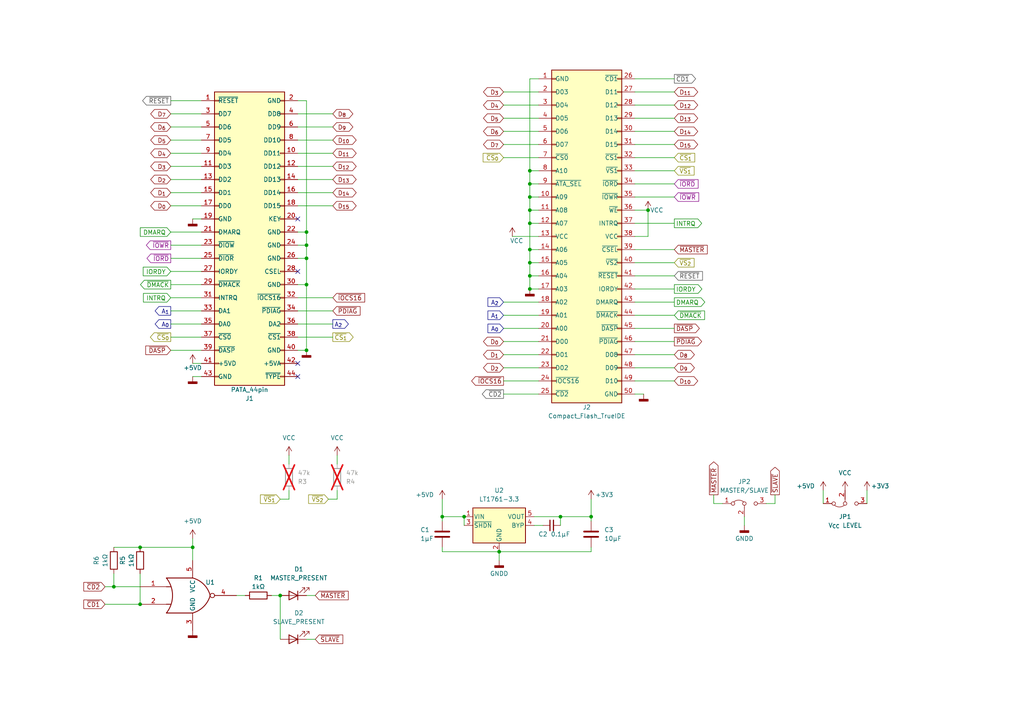
<source format=kicad_sch>
(kicad_sch (version 20231120) (generator "eeschema") (generator_version "8.0")
  (paper "A4")
  (lib_symbols
    (symbol "74xGxx:74AHC1G02"
      (property "Reference" "U" (at -2.54 3.81 0))
      (property "Value" "74AHC1G02" (at 0 -3.81 0))
      (symbol "74AHC1G02_0_1"
        (arc (start -7.62 -5.08) (mid -5.838 0) (end -7.62 5.08) (stroke (width 0.254)))
        (arc (start 0 -5.08) (mid 3.1986 -3.2054) (end 5.08 0) (stroke (width 0.254)))
        (polyline (pts (xy -7.62 -2.54) (xy -6.35 -2.54)) (stroke (width 0.254)) (fill (type background)))
        (polyline (pts (xy -7.62 2.54) (xy -6.35 2.54)) (stroke (width 0.254)) (fill (type background)))
        (polyline (pts (xy 0 -5.08) (xy -7.62 -5.08)) (stroke (width 0.254)) (fill (type background)))
        (polyline (pts (xy 0 5.08) (xy -7.62 5.08)) (stroke (width 0.254)) (fill (type background)))
        (arc (start 5.08 0) (mid 3.2238 3.2304) (end 0 5.08) (stroke (width 0.254)))
      )
      (symbol "74AHC1G02_1_1"
        (pin input line (at -15.24 2.54 0) (length 7.62) (name "~") (number "1"))
        (pin input line (at -15.24 -2.54 0) (length 7.62) (name "~") (number "2"))
        (pin power_in line (at 0 -10.16 90) (length 5.08) (name "GND") (number "3"))
        (pin output inverted (at 12.7 0 180) (length 7.62) (name "~") (number "4"))
        (pin power_in line (at 0 10.16 270) (length 5.08) (name "VCC") (number "5"))
      )
    )
    (symbol "Device:C" (pin_numbers hide) (pin_names (offset 0.254))
      (property "Reference" "C" (at 0.635 2.54 0))
      (property "Value" "C" (at 0.635 -2.54 0))
      (symbol "C_0_1"
        (polyline (pts (xy -2.032 -0.762) (xy 2.032 -0.762)) (stroke (width 0.508)))
        (polyline (pts (xy -2.032 0.762) (xy 2.032 0.762)) (stroke (width 0.508)))
      )
      (symbol "C_1_1"
        (pin passive line (at 0 3.81 270) (length 2.794) (name "~") (number "1"))
        (pin passive line (at 0 -3.81 90) (length 2.794) (name "~") (number "2"))
      )
    )
    (symbol "Device:C_Small" (pin_numbers hide) (pin_names (offset 0.254) hide)
      (property "Reference" "C" (at 0.254 1.778 0))
      (property "Value" "C_Small" (at 0.254 -2.032 0))
      (symbol "C_Small_0_1"
        (polyline (pts (xy -1.524 -0.508) (xy 1.524 -0.508)) (stroke (width 0.3302)))
        (polyline (pts (xy -1.524 0.508) (xy 1.524 0.508)) (stroke (width 0.3048)))
      )
      (symbol "C_Small_1_1"
        (pin passive line (at 0 2.54 270) (length 2.032) (name "~") (number "1"))
        (pin passive line (at 0 -2.54 90) (length 2.032) (name "~") (number "2"))
      )
    )
    (symbol "Device:LED" (pin_numbers hide) (pin_names (offset 1.016) hide)
      (property "Reference" "D" (at 0 2.54 0))
      (property "Value" "LED" (at 0 -2.54 0))
      (symbol "LED_0_1"
        (polyline (pts (xy -1.27 -1.27) (xy -1.27 1.27)) (stroke (width 0.254)))
        (polyline (pts (xy -1.27 0) (xy 1.27 0)))
        (polyline (pts (xy 1.27 -1.27) (xy 1.27 1.27) (xy -1.27 0) (xy 1.27 -1.27)) (stroke (width 0.254)))
        (polyline (pts (xy -3.048 -0.762) (xy -4.572 -2.286) (xy -3.81 -2.286) (xy -4.572 -2.286) (xy -4.572 -1.524)))
        (polyline (pts (xy -1.778 -0.762) (xy -3.302 -2.286) (xy -2.54 -2.286) (xy -3.302 -2.286) (xy -3.302 -1.524)))
      )
      (symbol "LED_1_1"
        (pin passive line (at -3.81 0 0) (length 2.54) (name "K") (number "1"))
        (pin passive line (at 3.81 0 180) (length 2.54) (name "A") (number "2"))
      )
    )
    (symbol "Device:R" (pin_numbers hide) (pin_names (offset 0))
      (property "Reference" "R" (at 2.032 0 90))
      (property "Value" "R" (at 0 0 90))
      (symbol "R_0_1"
        (rectangle (start -1.016 -2.54) (end 1.016 2.54) (stroke (width 0.254)))
      )
      (symbol "R_1_1"
        (pin passive line (at 0 3.81 270) (length 1.27) (name "~") (number "1"))
        (pin passive line (at 0 -3.81 90) (length 1.27) (name "~") (number "2"))
      )
    )
    (symbol "Jumper:Jumper_3_Bridged12" (pin_names (offset 0) hide)
      (property "Reference" "JP" (at -2.54 -2.54 0))
      (property "Value" "Jumper_3_Bridged12" (at 0 2.794 0))
      (symbol "Jumper_3_Bridged12_0_0"
        (circle (center -3.302 0) (radius 0.508))
        (circle (center 0 0) (radius 0.508))
        (circle (center 3.302 0) (radius 0.508))
      )
      (symbol "Jumper_3_Bridged12_0_1"
        (arc (start -0.254 0.508) (mid -1.651 0.9912) (end -3.048 0.508))
        (polyline (pts (xy 0 -1.27) (xy 0 -0.508)))
      )
      (symbol "Jumper_3_Bridged12_1_1"
        (pin passive line (at -6.35 0 0) (length 2.54) (name "A") (number "1"))
        (pin passive line (at 0 -3.81 90) (length 2.54) (name "C") (number "2"))
        (pin passive line (at 6.35 0 180) (length 2.54) (name "B") (number "3"))
      )
    )
    (symbol "Regulator_Linear:LT1761-3.3" (pin_names (offset 0.254))
      (property "Reference" "U" (at -6.35 6.35 0))
      (property "Value" "LT1761-3.3" (at 0 6.35 0))
      (symbol "LT1761-3.3_0_1"
        (rectangle (start -7.62 5.08) (end 7.62 -5.08) (stroke (width 0.254)) (fill (type background)))
      )
      (symbol "LT1761-3.3_1_1"
        (pin power_in line (at -10.16 2.54 0) (length 2.54) (name "VIN") (number "1"))
        (pin power_in line (at 0 -7.62 90) (length 2.54) (name "GND") (number "2"))
        (pin input line (at -10.16 0 0) (length 2.54) (name "~{SHDN}") (number "3"))
        (pin passive line (at 10.16 0 180) (length 2.54) (name "BYP") (number "4"))
        (pin power_out line (at 10.16 2.54 180) (length 2.54) (name "VOUT") (number "5"))
      )
    )
    (symbol "geek-masa:Compact_Flash_TrueIDE" (pin_names (offset 1.016))
      (property "Reference" "J" (at 0 53.34 0))
      (property "Value" "Compact_Flash_TrueIDE" (at 0 50.8 0))
      (symbol "Compact_Flash_TrueIDE_1_1"
        (rectangle (start -10.16 -45.593) (end -8.89 -45.847) (stroke (width 0.1524)))
        (rectangle (start -10.16 -41.783) (end -8.89 -42.037) (stroke (width 0.1524)))
        (rectangle (start -10.16 -37.973) (end -8.89 -38.227) (stroke (width 0.1524)))
        (rectangle (start -10.16 -34.163) (end -8.89 -34.417) (stroke (width 0.1524)))
        (rectangle (start -10.16 -30.353) (end -8.89 -30.607) (stroke (width 0.1524)))
        (rectangle (start -10.16 -26.543) (end -8.89 -26.797) (stroke (width 0.1524)))
        (rectangle (start -10.16 -22.733) (end -8.89 -22.987) (stroke (width 0.1524)))
        (rectangle (start -10.16 -18.923) (end -8.89 -19.177) (stroke (width 0.1524)))
        (rectangle (start -10.16 -15.113) (end -8.89 -15.367) (stroke (width 0.1524)))
        (rectangle (start -10.16 -11.303) (end -8.89 -11.557) (stroke (width 0.1524)))
        (rectangle (start -10.16 -7.493) (end -8.89 -7.747) (stroke (width 0.1524)))
        (rectangle (start -10.16 -3.683) (end -8.89 -3.937) (stroke (width 0.1524)))
        (rectangle (start -10.16 0.127) (end -8.89 -0.127) (stroke (width 0.1524)))
        (rectangle (start -10.16 3.937) (end -8.89 3.683) (stroke (width 0.1524)))
        (rectangle (start -10.16 7.747) (end -8.89 7.493) (stroke (width 0.1524)))
        (rectangle (start -10.16 11.557) (end -8.89 11.303) (stroke (width 0.1524)))
        (rectangle (start -10.16 15.367) (end -8.89 15.113) (stroke (width 0.1524)))
        (rectangle (start -10.16 19.177) (end -8.89 18.923) (stroke (width 0.1524)))
        (rectangle (start -10.16 22.987) (end -8.89 22.733) (stroke (width 0.1524)))
        (rectangle (start -10.16 26.797) (end -8.89 26.543) (stroke (width 0.1524)))
        (rectangle (start -10.16 30.607) (end -8.89 30.353) (stroke (width 0.1524)))
        (rectangle (start -10.16 34.417) (end -8.89 34.163) (stroke (width 0.1524)))
        (rectangle (start -10.16 38.227) (end -8.89 37.973) (stroke (width 0.1524)))
        (rectangle (start -10.16 42.037) (end -8.89 41.783) (stroke (width 0.1524)))
        (rectangle (start -10.16 45.847) (end -8.89 45.593) (stroke (width 0.1524)))
        (rectangle (start -10.16 48.26) (end 10.16 -48.26) (stroke (width 0.254)) (fill (type background)))
        (rectangle (start 8.89 -41.783) (end 10.16 -42.037) (stroke (width 0.1524)))
        (rectangle (start 8.89 7.747) (end 10.16 7.493) (stroke (width 0.1524)))
        (rectangle (start 10.16 -45.593) (end 8.89 -45.847) (stroke (width 0.1524)))
        (rectangle (start 10.16 -37.973) (end 8.89 -38.227) (stroke (width 0.1524)))
        (rectangle (start 10.16 -34.163) (end 8.89 -34.417) (stroke (width 0.1524)))
        (rectangle (start 10.16 -30.353) (end 8.89 -30.607) (stroke (width 0.1524)))
        (rectangle (start 10.16 -26.543) (end 8.89 -26.797) (stroke (width 0.1524)))
        (rectangle (start 10.16 -22.733) (end 8.89 -22.987) (stroke (width 0.1524)))
        (rectangle (start 10.16 -18.923) (end 8.89 -19.177) (stroke (width 0.1524)))
        (rectangle (start 10.16 -15.113) (end 8.89 -15.367) (stroke (width 0.1524)))
        (rectangle (start 10.16 -11.303) (end 8.89 -11.557) (stroke (width 0.1524)))
        (rectangle (start 10.16 -7.493) (end 8.89 -7.747) (stroke (width 0.1524)))
        (rectangle (start 10.16 -3.683) (end 8.89 -3.937) (stroke (width 0.1524)))
        (rectangle (start 10.16 0.127) (end 8.89 -0.127) (stroke (width 0.1524)))
        (rectangle (start 10.16 3.937) (end 8.89 3.683) (stroke (width 0.1524)))
        (rectangle (start 10.16 11.557) (end 8.89 11.303) (stroke (width 0.1524)))
        (rectangle (start 10.16 15.367) (end 8.89 15.113) (stroke (width 0.1524)))
        (rectangle (start 10.16 19.177) (end 8.89 18.923) (stroke (width 0.1524)))
        (rectangle (start 10.16 22.987) (end 8.89 22.733) (stroke (width 0.1524)))
        (rectangle (start 10.16 26.797) (end 8.89 26.543) (stroke (width 0.1524)))
        (rectangle (start 10.16 30.607) (end 8.89 30.353) (stroke (width 0.1524)))
        (rectangle (start 10.16 34.417) (end 8.89 34.163) (stroke (width 0.1524)))
        (rectangle (start 10.16 38.227) (end 8.89 37.973) (stroke (width 0.1524)))
        (rectangle (start 10.16 42.037) (end 8.89 41.783) (stroke (width 0.1524)))
        (rectangle (start 10.16 45.847) (end 8.89 45.593) (stroke (width 0.1524)))
        (pin passive line (at -13.97 45.72 0) (length 3.81) (name "GND") (number "1"))
        (pin passive line (at -13.97 11.43 0) (length 3.81) (name "A09") (number "10"))
        (pin passive line (at -13.97 7.62 0) (length 3.81) (name "A08") (number "11"))
        (pin passive line (at -13.97 3.81 0) (length 3.81) (name "A07") (number "12"))
        (pin passive line (at -13.97 0 0) (length 3.81) (name "VCC") (number "13"))
        (pin passive line (at -13.97 -3.81 0) (length 3.81) (name "A06") (number "14"))
        (pin passive line (at -13.97 -7.62 0) (length 3.81) (name "A05") (number "15"))
        (pin passive line (at -13.97 -11.43 0) (length 3.81) (name "A04") (number "16"))
        (pin passive line (at -13.97 -15.24 0) (length 3.81) (name "A03") (number "17"))
        (pin passive line (at -13.97 -19.05 0) (length 3.81) (name "A02") (number "18"))
        (pin passive line (at -13.97 -22.86 0) (length 3.81) (name "A01") (number "19"))
        (pin passive line (at -13.97 41.91 0) (length 3.81) (name "D03") (number "2"))
        (pin passive line (at -13.97 -26.67 0) (length 3.81) (name "A00") (number "20"))
        (pin passive line (at -13.97 -30.48 0) (length 3.81) (name "D00") (number "21"))
        (pin passive line (at -13.97 -34.29 0) (length 3.81) (name "D01") (number "22"))
        (pin passive line (at -13.97 -38.1 0) (length 3.81) (name "D02") (number "23"))
        (pin passive line (at -13.97 -41.91 0) (length 3.81) (name "~{IOCS16}") (number "24"))
        (pin passive line (at -13.97 -45.72 0) (length 3.81) (name "~{CD2}") (number "25"))
        (pin passive line (at 13.97 45.72 180) (length 3.81) (name "~{CD1}") (number "26"))
        (pin passive line (at 13.97 41.91 180) (length 3.81) (name "D11") (number "27"))
        (pin passive line (at 13.97 38.1 180) (length 3.81) (name "D12") (number "28"))
        (pin passive line (at 13.97 34.29 180) (length 3.81) (name "D13") (number "29"))
        (pin passive line (at -13.97 38.1 0) (length 3.81) (name "D04") (number "3"))
        (pin passive line (at 13.97 30.48 180) (length 3.81) (name "D14") (number "30"))
        (pin passive line (at 13.97 26.67 180) (length 3.81) (name "D15") (number "31"))
        (pin passive line (at 13.97 22.86 180) (length 3.81) (name "~{CS1}") (number "32"))
        (pin passive line (at 13.97 19.05 180) (length 3.81) (name "~{VS1}") (number "33"))
        (pin passive line (at 13.97 15.24 180) (length 3.81) (name "~{IORD}") (number "34"))
        (pin passive line (at 13.97 11.43 180) (length 3.81) (name "~{IOWR}") (number "35"))
        (pin passive line (at 13.97 7.62 180) (length 3.81) (name "~{WE}") (number "36"))
        (pin passive line (at 13.97 3.81 180) (length 3.81) (name "INTRQ") (number "37"))
        (pin passive line (at 13.97 0 180) (length 3.81) (name "VCC") (number "38"))
        (pin passive line (at 13.97 -3.81 180) (length 3.81) (name "~{CSEL}") (number "39"))
        (pin passive line (at -13.97 34.29 0) (length 3.81) (name "D05") (number "4"))
        (pin passive line (at 13.97 -7.62 180) (length 3.81) (name "~{VS2}") (number "40"))
        (pin passive line (at 13.97 -11.43 180) (length 3.81) (name "~{RESET}") (number "41"))
        (pin passive line (at 13.97 -15.24 180) (length 3.81) (name "IORDY") (number "42"))
        (pin passive line (at 13.97 -19.05 180) (length 3.81) (name "DMARQ") (number "43"))
        (pin passive line (at 13.97 -22.86 180) (length 3.81) (name "~{DMACK}") (number "44"))
        (pin passive line (at 13.97 -26.67 180) (length 3.81) (name "~{DASP}") (number "45"))
        (pin passive line (at 13.97 -30.48 180) (length 3.81) (name "~{PDIAG}") (number "46"))
        (pin passive line (at 13.97 -34.29 180) (length 3.81) (name "D08") (number "47"))
        (pin passive line (at 13.97 -38.1 180) (length 3.81) (name "D09") (number "48"))
        (pin passive line (at 13.97 -41.91 180) (length 3.81) (name "D10") (number "49"))
        (pin passive line (at -13.97 30.48 0) (length 3.81) (name "D06") (number "5"))
        (pin passive line (at 13.97 -45.72 180) (length 3.81) (name "GND") (number "50"))
        (pin passive line (at -13.97 26.67 0) (length 3.81) (name "D07") (number "6"))
        (pin passive line (at -13.97 22.86 0) (length 3.81) (name "~{CS0}") (number "7"))
        (pin passive line (at -13.97 19.05 0) (length 3.81) (name "A10") (number "8"))
        (pin passive line (at -13.97 15.24 0) (length 3.81) (name "~{ATA_SEL}") (number "9"))
      )
    )
    (symbol "geek-masa:PATA_44pin" (pin_names (offset 1.016))
      (property "Reference" "J" (at -7.62 45.72 0))
      (property "Value" "PATA_44pin" (at -7.62 -43.18 0))
      (symbol "PATA_44pin_1_1"
        (rectangle (start -10.16 -37.973) (end -8.89 -38.227) (stroke (width 0.1524)))
        (rectangle (start -10.16 -34.163) (end -8.89 -34.417) (stroke (width 0.1524)))
        (rectangle (start -10.16 -30.353) (end -8.89 -30.607) (stroke (width 0.1524)))
        (rectangle (start -10.16 -26.543) (end -8.89 -26.797) (stroke (width 0.1524)))
        (rectangle (start -10.16 -22.733) (end -8.89 -22.987) (stroke (width 0.1524)))
        (rectangle (start -10.16 -18.923) (end -8.89 -19.177) (stroke (width 0.1524)))
        (rectangle (start -10.16 -15.113) (end -8.89 -15.367) (stroke (width 0.1524)))
        (rectangle (start -10.16 -11.303) (end -8.89 -11.557) (stroke (width 0.1524)))
        (rectangle (start -10.16 -7.493) (end -8.89 -7.747) (stroke (width 0.1524)))
        (rectangle (start -10.16 -3.683) (end -8.89 -3.937) (stroke (width 0.1524)))
        (rectangle (start -10.16 0.127) (end -8.89 -0.127) (stroke (width 0.1524)))
        (rectangle (start -10.16 3.937) (end -8.89 3.683) (stroke (width 0.1524)))
        (rectangle (start -10.16 7.747) (end -8.89 7.493) (stroke (width 0.1524)))
        (rectangle (start -10.16 11.557) (end -8.89 11.303) (stroke (width 0.1524)))
        (rectangle (start -10.16 15.367) (end -8.89 15.113) (stroke (width 0.1524)))
        (rectangle (start -10.16 19.177) (end -8.89 18.923) (stroke (width 0.1524)))
        (rectangle (start -10.16 22.987) (end -8.89 22.733) (stroke (width 0.1524)))
        (rectangle (start -10.16 26.797) (end -8.89 26.543) (stroke (width 0.1524)))
        (rectangle (start -10.16 30.607) (end -8.89 30.353) (stroke (width 0.1524)))
        (rectangle (start -10.16 34.417) (end -8.89 34.163) (stroke (width 0.1524)))
        (rectangle (start -10.16 38.227) (end -8.89 37.973) (stroke (width 0.1524)))
        (rectangle (start -10.16 42.037) (end -8.89 41.783) (stroke (width 0.1524)))
        (rectangle (start -10.16 44.45) (end 10.16 -40.64) (stroke (width 0.254)) (fill (type background)))
        (rectangle (start 10.16 -37.973) (end 8.89 -38.227) (stroke (width 0.1524)))
        (rectangle (start 10.16 -34.163) (end 8.89 -34.417) (stroke (width 0.1524)))
        (rectangle (start 10.16 -30.353) (end 8.89 -30.607) (stroke (width 0.1524)))
        (rectangle (start 10.16 -26.543) (end 8.89 -26.797) (stroke (width 0.1524)))
        (rectangle (start 10.16 -22.733) (end 8.89 -22.987) (stroke (width 0.1524)))
        (rectangle (start 10.16 -18.923) (end 8.89 -19.177) (stroke (width 0.1524)))
        (rectangle (start 10.16 -15.113) (end 8.89 -15.367) (stroke (width 0.1524)))
        (rectangle (start 10.16 -11.303) (end 8.89 -11.557) (stroke (width 0.1524)))
        (rectangle (start 10.16 -7.493) (end 8.89 -7.747) (stroke (width 0.1524)))
        (rectangle (start 10.16 -3.683) (end 8.89 -3.937) (stroke (width 0.1524)))
        (rectangle (start 10.16 0.127) (end 8.89 -0.127) (stroke (width 0.1524)))
        (rectangle (start 10.16 3.937) (end 8.89 3.683) (stroke (width 0.1524)))
        (rectangle (start 10.16 7.747) (end 8.89 7.493) (stroke (width 0.1524)))
        (rectangle (start 10.16 11.557) (end 8.89 11.303) (stroke (width 0.1524)))
        (rectangle (start 10.16 15.367) (end 8.89 15.113) (stroke (width 0.1524)))
        (rectangle (start 10.16 19.177) (end 8.89 18.923) (stroke (width 0.1524)))
        (rectangle (start 10.16 22.987) (end 8.89 22.733) (stroke (width 0.1524)))
        (rectangle (start 10.16 26.797) (end 8.89 26.543) (stroke (width 0.1524)))
        (rectangle (start 10.16 30.607) (end 8.89 30.353) (stroke (width 0.1524)))
        (rectangle (start 10.16 34.417) (end 8.89 34.163) (stroke (width 0.1524)))
        (rectangle (start 10.16 38.227) (end 8.89 37.973) (stroke (width 0.1524)))
        (rectangle (start 10.16 42.037) (end 8.89 41.783) (stroke (width 0.1524)))
        (pin input line (at -13.97 41.91 0) (length 3.81) (name "~{RESET}") (number "1"))
        (pin bidirectional line (at 13.97 26.67 180) (length 3.81) (name "DD11") (number "10"))
        (pin bidirectional line (at -13.97 22.86 0) (length 3.81) (name "DD3") (number "11"))
        (pin bidirectional line (at 13.97 22.86 180) (length 3.81) (name "DD12") (number "12"))
        (pin bidirectional line (at -13.97 19.05 0) (length 3.81) (name "DD2") (number "13"))
        (pin bidirectional line (at 13.97 19.05 180) (length 3.81) (name "DD13") (number "14"))
        (pin bidirectional line (at -13.97 15.24 0) (length 3.81) (name "DD1") (number "15"))
        (pin bidirectional line (at 13.97 15.24 180) (length 3.81) (name "DD14") (number "16"))
        (pin bidirectional line (at -13.97 11.43 0) (length 3.81) (name "DD0") (number "17"))
        (pin bidirectional line (at 13.97 11.43 180) (length 3.81) (name "DD15") (number "18"))
        (pin power_in line (at -13.97 7.62 0) (length 3.81) (name "GND") (number "19"))
        (pin power_in line (at 13.97 41.91 180) (length 3.81) (name "GND") (number "2"))
        (pin free line (at 13.97 7.62 180) (length 3.81) (name "KEY") (number "20"))
        (pin output line (at -13.97 3.81 0) (length 3.81) (name "DMARQ") (number "21"))
        (pin power_in line (at 13.97 3.81 180) (length 3.81) (name "GND") (number "22"))
        (pin input line (at -13.97 0 0) (length 3.81) (name "~{DIOW}") (number "23"))
        (pin power_in line (at 13.97 0 180) (length 3.81) (name "GND") (number "24"))
        (pin input line (at -13.97 -3.81 0) (length 3.81) (name "~{DIOR}") (number "25"))
        (pin power_in line (at 13.97 -3.81 180) (length 3.81) (name "GND") (number "26"))
        (pin output line (at -13.97 -7.62 0) (length 3.81) (name "IORDY") (number "27"))
        (pin passive line (at 13.97 -7.62 180) (length 3.81) (name "CSEL") (number "28"))
        (pin input line (at -13.97 -11.43 0) (length 3.81) (name "~{DMACK}") (number "29"))
        (pin bidirectional line (at -13.97 38.1 0) (length 3.81) (name "DD7") (number "3"))
        (pin power_in line (at 13.97 -11.43 180) (length 3.81) (name "GND") (number "30"))
        (pin output line (at -13.97 -15.24 0) (length 3.81) (name "INTRQ") (number "31"))
        (pin passive line (at 13.97 -15.24 180) (length 3.81) (name "~{IOCS16}") (number "32"))
        (pin input line (at -13.97 -19.05 0) (length 3.81) (name "DA1") (number "33"))
        (pin passive line (at 13.97 -19.05 180) (length 3.81) (name "~{PDIAG}") (number "34"))
        (pin input line (at -13.97 -22.86 0) (length 3.81) (name "DA0") (number "35"))
        (pin input line (at 13.97 -22.86 180) (length 3.81) (name "DA2") (number "36"))
        (pin input line (at -13.97 -26.67 0) (length 3.81) (name "~{CS0}") (number "37"))
        (pin input line (at 13.97 -26.67 180) (length 3.81) (name "~{CS1}") (number "38"))
        (pin passive line (at -13.97 -30.48 0) (length 3.81) (name "~{DASP}") (number "39"))
        (pin bidirectional line (at 13.97 38.1 180) (length 3.81) (name "DD8") (number "4"))
        (pin power_in line (at 13.97 -30.48 180) (length 3.81) (name "GND") (number "40"))
        (pin power_in line (at -13.97 -34.29 0) (length 3.81) (name "+5VD") (number "41"))
        (pin power_in line (at 13.97 -34.29 180) (length 3.81) (name "+5VA") (number "42"))
        (pin power_in line (at -13.97 -38.1 0) (length 3.81) (name "GND") (number "43"))
        (pin passive line (at 13.97 -38.1 180) (length 3.81) (name "~{TYPE}") (number "44"))
        (pin bidirectional line (at -13.97 34.29 0) (length 3.81) (name "DD6") (number "5"))
        (pin bidirectional line (at 13.97 34.29 180) (length 3.81) (name "DD9") (number "6"))
        (pin bidirectional line (at -13.97 30.48 0) (length 3.81) (name "DD5") (number "7"))
        (pin bidirectional line (at 13.97 30.48 180) (length 3.81) (name "DD10") (number "8"))
        (pin bidirectional line (at -13.97 26.67 0) (length 3.81) (name "DD4") (number "9"))
      )
    )
    (symbol "power:+3V3" (power) (pin_names (offset 0))
      (property "Value" "+3V3" (at 0 3.556 0))
      (symbol "+3V3_0_1"
        (polyline (pts (xy -0.762 1.27) (xy 0 2.54)))
        (polyline (pts (xy 0 0) (xy 0 2.54)))
        (polyline (pts (xy 0 2.54) (xy 0.762 1.27)))
      )
      (symbol "+3V3_1_1"
        (pin power_in line (at 0 0 90) (length 0) hide (name "+3V3") (number "1"))
      )
    )
    (symbol "power:+5VD" (power) (pin_names (offset 0))
      (property "Value" "+5VD" (at 0 3.556 0))
      (symbol "+5VD_0_1"
        (polyline (pts (xy -0.762 1.27) (xy 0 2.54)))
        (polyline (pts (xy 0 0) (xy 0 2.54)))
        (polyline (pts (xy 0 2.54) (xy 0.762 1.27)))
      )
      (symbol "+5VD_1_1"
        (pin power_in line (at 0 0 90) (length 0) hide (name "+5VD") (number "1"))
      )
    )
    (symbol "power:GNDD" (power) (pin_names (offset 0))
      (property "Value" "GNDD" (at 0 -3.175 0))
      (symbol "GNDD_0_1"
        (rectangle (start -1.27 -1.524) (end 1.27 -2.032) (stroke (width 0.254)) (fill (type outline)))
        (polyline (pts (xy 0 0) (xy 0 -1.524)))
      )
      (symbol "GNDD_1_1"
        (pin power_in line (at 0 0 270) (length 0) hide (name "GNDD") (number "1"))
      )
    )
    (symbol "power:VCC" (power) (pin_names (offset 0))
      (property "Value" "VCC" (at 0 3.81 0))
      (symbol "VCC_0_1"
        (polyline (pts (xy -0.762 1.27) (xy 0 2.54)))
        (polyline (pts (xy 0 0) (xy 0 2.54)))
        (polyline (pts (xy 0 2.54) (xy 0.762 1.27)))
      )
      (symbol "VCC_1_1"
        (pin power_in line (at 0 0 90) (length 0) hide (name "VCC") (number "1"))
      )
    )
  )
  (junction (at 40.64 175.26))
  (junction (at 88.9 74.93))
  (junction (at 128.27 149.86))
  (junction (at 153.67 72.39))
  (junction (at 88.9 71.12))
  (junction (at 187.96 60.96))
  (junction (at 153.67 76.2))
  (junction (at 88.9 67.31))
  (junction (at 153.67 60.96))
  (junction (at 81.28 172.72))
  (junction (at 88.9 101.6))
  (junction (at 153.67 49.53))
  (junction (at 153.67 53.34))
  (junction (at 144.78 160.02))
  (junction (at 55.88 158.75))
  (junction (at 33.02 170.18))
  (junction (at 153.67 64.77))
  (junction (at 153.67 57.15))
  (junction (at 162.56 149.86))
  (junction (at 171.45 149.86))
  (junction (at 134.62 149.86))
  (junction (at 153.67 83.82))
  (junction (at 40.64 158.75))
  (junction (at 88.9 82.55))
  (junction (at 153.67 80.01))
  (no_connect (at 86.36 105.41))
  (no_connect (at 86.36 78.74))
  (no_connect (at 86.36 109.22))
  (no_connect (at 86.36 63.5))
  (wire (pts (xy 171.45 144.78) (xy 171.45 149.86)))
  (wire (pts (xy 83.82 132.08) (xy 83.82 134.62)))
  (wire (pts (xy 58.42 71.12) (xy 49.53 71.12)))
  (wire (pts (xy 88.9 101.6) (xy 88.9 82.55)))
  (wire (pts (xy 88.9 172.72) (xy 91.44 172.72)))
  (wire (pts (xy 58.42 109.22) (xy 55.88 109.22)))
  (wire (pts (xy 58.42 82.55) (xy 49.53 82.55)))
  (wire (pts (xy 153.67 57.15) (xy 153.67 53.34)))
  (wire (pts (xy 195.58 34.29) (xy 184.15 34.29)))
  (wire (pts (xy 156.21 26.67) (xy 146.05 26.67)))
  (wire (pts (xy 156.21 53.34) (xy 153.67 53.34)))
  (wire (pts (xy 195.58 22.86) (xy 184.15 22.86)))
  (wire (pts (xy 156.21 34.29) (xy 146.05 34.29)))
  (wire (pts (xy 187.96 60.96) (xy 184.15 60.96)))
  (wire (pts (xy 187.96 68.58) (xy 187.96 60.96)))
  (wire (pts (xy 153.67 60.96) (xy 153.67 57.15)))
  (wire (pts (xy 195.58 57.15) (xy 184.15 57.15)))
  (wire (pts (xy 171.45 160.02) (xy 171.45 158.75)))
  (wire (pts (xy 49.53 33.02) (xy 58.42 33.02)))
  (wire (pts (xy 96.52 44.45) (xy 86.36 44.45)))
  (wire (pts (xy 195.58 83.82) (xy 184.15 83.82)))
  (wire (pts (xy 96.52 93.98) (xy 86.36 93.98)))
  (wire (pts (xy 156.21 80.01) (xy 153.67 80.01)))
  (wire (pts (xy 156.21 95.25) (xy 146.05 95.25)))
  (wire (pts (xy 156.21 57.15) (xy 153.67 57.15)))
  (wire (pts (xy 251.46 142.24) (xy 251.46 146.05)))
  (wire (pts (xy 96.52 90.17) (xy 86.36 90.17)))
  (wire (pts (xy 195.58 64.77) (xy 184.15 64.77)))
  (wire (pts (xy 86.36 67.31) (xy 88.9 67.31)))
  (wire (pts (xy 195.58 30.48) (xy 184.15 30.48)))
  (wire (pts (xy 156.21 41.91) (xy 146.05 41.91)))
  (wire (pts (xy 88.9 74.93) (xy 86.36 74.93)))
  (wire (pts (xy 55.88 158.75) (xy 55.88 156.21)))
  (wire (pts (xy 58.42 93.98) (xy 49.53 93.98)))
  (wire (pts (xy 156.21 64.77) (xy 153.67 64.77)))
  (wire (pts (xy 195.58 49.53) (xy 184.15 49.53)))
  (wire (pts (xy 88.9 101.6) (xy 86.36 101.6)))
  (wire (pts (xy 30.48 175.26) (xy 40.64 175.26)))
  (wire (pts (xy 49.53 40.64) (xy 58.42 40.64)))
  (wire (pts (xy 128.27 149.86) (xy 134.62 149.86)))
  (wire (pts (xy 128.27 144.78) (xy 128.27 149.86)))
  (wire (pts (xy 195.58 45.72) (xy 184.15 45.72)))
  (wire (pts (xy 195.58 95.25) (xy 184.15 95.25)))
  (wire (pts (xy 49.53 36.83) (xy 58.42 36.83)))
  (wire (pts (xy 97.79 144.78) (xy 97.79 142.24)))
  (wire (pts (xy 49.53 59.69) (xy 58.42 59.69)))
  (wire (pts (xy 40.64 158.75) (xy 55.88 158.75)))
  (wire (pts (xy 88.9 185.42) (xy 91.44 185.42)))
  (wire (pts (xy 156.21 22.86) (xy 153.67 22.86)))
  (wire (pts (xy 195.58 91.44) (xy 184.15 91.44)))
  (wire (pts (xy 134.62 149.86) (xy 134.62 152.4)))
  (wire (pts (xy 128.27 160.02) (xy 144.78 160.02)))
  (wire (pts (xy 156.21 114.3) (xy 146.05 114.3)))
  (wire (pts (xy 207.01 143.51) (xy 207.01 146.05)))
  (wire (pts (xy 156.21 72.39) (xy 153.67 72.39)))
  (wire (pts (xy 95.25 144.78) (xy 97.79 144.78)))
  (wire (pts (xy 40.64 166.37) (xy 40.64 175.26)))
  (wire (pts (xy 96.52 48.26) (xy 86.36 48.26)))
  (wire (pts (xy 58.42 78.74) (xy 49.53 78.74)))
  (wire (pts (xy 81.28 172.72) (xy 81.28 185.42)))
  (wire (pts (xy 78.74 172.72) (xy 81.28 172.72)))
  (wire (pts (xy 195.58 38.1) (xy 184.15 38.1)))
  (wire (pts (xy 195.58 106.68) (xy 184.15 106.68)))
  (wire (pts (xy 224.79 143.51) (xy 224.79 146.05)))
  (wire (pts (xy 195.58 76.2) (xy 184.15 76.2)))
  (wire (pts (xy 154.94 152.4) (xy 157.48 152.4)))
  (wire (pts (xy 96.52 36.83) (xy 86.36 36.83)))
  (wire (pts (xy 81.28 144.78) (xy 83.82 144.78)))
  (wire (pts (xy 153.67 72.39) (xy 153.67 64.77)))
  (wire (pts (xy 215.9 149.86) (xy 215.9 152.4)))
  (wire (pts (xy 186.69 114.3) (xy 184.15 114.3)))
  (wire (pts (xy 144.78 160.02) (xy 171.45 160.02)))
  (wire (pts (xy 195.58 102.87) (xy 184.15 102.87)))
  (wire (pts (xy 30.48 170.18) (xy 33.02 170.18)))
  (wire (pts (xy 156.21 49.53) (xy 153.67 49.53)))
  (wire (pts (xy 128.27 160.02) (xy 128.27 158.75)))
  (wire (pts (xy 96.52 97.79) (xy 86.36 97.79)))
  (wire (pts (xy 156.21 45.72) (xy 146.05 45.72)))
  (wire (pts (xy 156.21 76.2) (xy 153.67 76.2)))
  (wire (pts (xy 96.52 40.64) (xy 86.36 40.64)))
  (wire (pts (xy 153.67 49.53) (xy 153.67 22.86)))
  (wire (pts (xy 88.9 67.31) (xy 88.9 29.21)))
  (wire (pts (xy 153.67 76.2) (xy 153.67 72.39)))
  (wire (pts (xy 156.21 30.48) (xy 146.05 30.48)))
  (wire (pts (xy 187.96 68.58) (xy 184.15 68.58)))
  (wire (pts (xy 88.9 67.31) (xy 88.9 71.12)))
  (wire (pts (xy 153.67 53.34) (xy 153.67 49.53)))
  (wire (pts (xy 33.02 166.37) (xy 33.02 170.18)))
  (wire (pts (xy 58.42 105.41) (xy 55.88 105.41)))
  (wire (pts (xy 58.42 74.93) (xy 49.53 74.93)))
  (wire (pts (xy 224.79 146.05) (xy 222.25 146.05)))
  (wire (pts (xy 154.94 149.86) (xy 162.56 149.86)))
  (wire (pts (xy 49.53 44.45) (xy 58.42 44.45)))
  (wire (pts (xy 33.02 170.18) (xy 40.64 170.18)))
  (wire (pts (xy 207.01 146.05) (xy 209.55 146.05)))
  (wire (pts (xy 195.58 53.34) (xy 184.15 53.34)))
  (wire (pts (xy 83.82 144.78) (xy 83.82 142.24)))
  (wire (pts (xy 49.53 52.07) (xy 58.42 52.07)))
  (wire (pts (xy 156.21 38.1) (xy 146.05 38.1)))
  (wire (pts (xy 195.58 110.49) (xy 184.15 110.49)))
  (wire (pts (xy 171.45 151.13) (xy 171.45 149.86)))
  (wire (pts (xy 156.21 102.87) (xy 146.05 102.87)))
  (wire (pts (xy 156.21 60.96) (xy 153.67 60.96)))
  (wire (pts (xy 195.58 41.91) (xy 184.15 41.91)))
  (wire (pts (xy 58.42 86.36) (xy 49.53 86.36)))
  (wire (pts (xy 195.58 26.67) (xy 184.15 26.67)))
  (wire (pts (xy 33.02 158.75) (xy 40.64 158.75)))
  (wire (pts (xy 55.88 158.75) (xy 55.88 162.56)))
  (wire (pts (xy 58.42 29.21) (xy 49.53 29.21)))
  (wire (pts (xy 96.52 52.07) (xy 86.36 52.07)))
  (wire (pts (xy 195.58 72.39) (xy 184.15 72.39)))
  (wire (pts (xy 88.9 71.12) (xy 88.9 74.93)))
  (wire (pts (xy 156.21 83.82) (xy 153.67 83.82)))
  (wire (pts (xy 96.52 59.69) (xy 86.36 59.69)))
  (wire (pts (xy 156.21 87.63) (xy 146.05 87.63)))
  (wire (pts (xy 144.78 162.56) (xy 144.78 160.02)))
  (wire (pts (xy 156.21 68.58) (xy 148.59 68.58)))
  (wire (pts (xy 68.58 172.72) (xy 71.12 172.72)))
  (wire (pts (xy 153.67 80.01) (xy 153.67 76.2)))
  (wire (pts (xy 88.9 71.12) (xy 86.36 71.12)))
  (wire (pts (xy 96.52 33.02) (xy 86.36 33.02)))
  (wire (pts (xy 195.58 99.06) (xy 184.15 99.06)))
  (wire (pts (xy 128.27 151.13) (xy 128.27 149.86)))
  (wire (pts (xy 58.42 67.31) (xy 49.53 67.31)))
  (wire (pts (xy 238.76 142.24) (xy 238.76 146.05)))
  (wire (pts (xy 96.52 86.36) (xy 86.36 86.36)))
  (wire (pts (xy 49.53 48.26) (xy 58.42 48.26)))
  (wire (pts (xy 88.9 82.55) (xy 86.36 82.55)))
  (wire (pts (xy 153.67 83.82) (xy 153.67 80.01)))
  (wire (pts (xy 195.58 80.01) (xy 184.15 80.01)))
  (wire (pts (xy 162.56 149.86) (xy 171.45 149.86)))
  (wire (pts (xy 156.21 99.06) (xy 146.05 99.06)))
  (wire (pts (xy 96.52 55.88) (xy 86.36 55.88)))
  (wire (pts (xy 195.58 87.63) (xy 184.15 87.63)))
  (wire (pts (xy 58.42 63.5) (xy 55.88 63.5)))
  (wire (pts (xy 88.9 29.21) (xy 86.36 29.21)))
  (wire (pts (xy 58.42 97.79) (xy 49.53 97.79)))
  (wire (pts (xy 153.67 60.96) (xy 153.67 64.77)))
  (wire (pts (xy 97.79 132.08) (xy 97.79 134.62)))
  (wire (pts (xy 58.42 90.17) (xy 49.53 90.17)))
  (wire (pts (xy 162.56 149.86) (xy 162.56 152.4)))
  (wire (pts (xy 49.53 55.88) (xy 58.42 55.88)))
  (wire (pts (xy 58.42 101.6) (xy 49.53 101.6)))
  (wire (pts (xy 156.21 110.49) (xy 146.05 110.49)))
  (wire (pts (xy 156.21 91.44) (xy 146.05 91.44)))
  (wire (pts (xy 88.9 74.93) (xy 88.9 82.55)))
  (wire (pts (xy 156.21 106.68) (xy 146.05 106.68)))
  (global_label "D_{10}" (shape bidirectional) (at 195.58 110.49 0) (property "Intersheetrefs" "${INTERSHEET_REFS}" (effects (hide yes))))
  (global_label "~{CD2}" (shape output) (at 146.05 114.3 180) (property "Intersheetrefs" "${INTERSHEET_REFS}" (effects (hide yes))))
  (global_label "A_{0}" (shape input) (at 146.05 95.25 180) (property "Intersheetrefs" "${INTERSHEET_REFS}" (effects (hide yes))))
  (global_label "D_{13}" (shape bidirectional) (at 96.52 52.07 0) (property "Intersheetrefs" "${INTERSHEET_REFS}" (effects (hide yes))))
  (global_label "D_{11}" (shape bidirectional) (at 96.52 44.45 0) (property "Intersheetrefs" "${INTERSHEET_REFS}" (effects (hide yes))))
  (global_label "~{VS_{1}}" (shape input) (at 81.28 144.78 180) (property "Intersheetrefs" "${INTERSHEET_REFS}" (effects (hide yes))))
  (global_label "~{VS_{1}}" (shape input) (at 195.58 49.53 0) (property "Intersheetrefs" "${INTERSHEET_REFS}" (effects (hide yes))))
  (global_label "D_{6}" (shape bidirectional) (at 49.53 36.83 180) (property "Intersheetrefs" "${INTERSHEET_REFS}" (effects (hide yes))))
  (global_label "D_{7}" (shape bidirectional) (at 146.05 41.91 180) (property "Intersheetrefs" "${INTERSHEET_REFS}" (effects (hide yes))))
  (global_label "~{SLAVE}" (shape output) (at 224.79 143.51 90) (property "Intersheetrefs" "${INTERSHEET_REFS}" (effects (hide yes))))
  (global_label "A_{2}" (shape output) (at 96.52 93.98 0) (property "Intersheetrefs" "${INTERSHEET_REFS}" (effects (hide yes))))
  (global_label "~{VS_{2}}" (shape input) (at 195.58 76.2 0) (property "Intersheetrefs" "${INTERSHEET_REFS}" (effects (hide yes))))
  (global_label "~{CD2}" (shape input) (at 30.48 170.18 180) (property "Intersheetrefs" "${INTERSHEET_REFS}" (effects (hide yes))))
  (global_label "D_{5}" (shape bidirectional) (at 49.53 40.64 180) (property "Intersheetrefs" "${INTERSHEET_REFS}" (effects (hide yes))))
  (global_label "~{VS_{2}}" (shape input) (at 95.25 144.78 180) (property "Intersheetrefs" "${INTERSHEET_REFS}" (effects (hide yes))))
  (global_label "~{DASP}" (shape output) (at 195.58 95.25 0) (property "Intersheetrefs" "${INTERSHEET_REFS}" (effects (hide yes))))
  (global_label "D_{10}" (shape bidirectional) (at 96.52 40.64 0) (property "Intersheetrefs" "${INTERSHEET_REFS}" (effects (hide yes))))
  (global_label "~{CS_{0}}" (shape output) (at 49.53 97.79 180) (property "Intersheetrefs" "${INTERSHEET_REFS}" (effects (hide yes))))
  (global_label "D_{4}" (shape bidirectional) (at 49.53 44.45 180) (property "Intersheetrefs" "${INTERSHEET_REFS}" (effects (hide yes))))
  (global_label "D_{1}" (shape bidirectional) (at 146.05 102.87 180) (property "Intersheetrefs" "${INTERSHEET_REFS}" (effects (hide yes))))
  (global_label "D_{12}" (shape bidirectional) (at 96.52 48.26 0) (property "Intersheetrefs" "${INTERSHEET_REFS}" (effects (hide yes))))
  (global_label "D_{13}" (shape bidirectional) (at 195.58 34.29 0) (property "Intersheetrefs" "${INTERSHEET_REFS}" (effects (hide yes))))
  (global_label "D_{4}" (shape bidirectional) (at 146.05 30.48 180) (property "Intersheetrefs" "${INTERSHEET_REFS}" (effects (hide yes))))
  (global_label "~{CD1}" (shape output) (at 195.58 22.86 0) (property "Intersheetrefs" "${INTERSHEET_REFS}" (effects (hide yes))))
  (global_label "IORDY" (shape input) (at 49.53 78.74 180) (property "Intersheetrefs" "${INTERSHEET_REFS}" (effects (hide yes))))
  (global_label "~{MASTER}" (shape output) (at 207.01 143.51 90) (property "Intersheetrefs" "${INTERSHEET_REFS}" (effects (hide yes))))
  (global_label "D_{14}" (shape bidirectional) (at 96.52 55.88 0) (property "Intersheetrefs" "${INTERSHEET_REFS}" (effects (hide yes))))
  (global_label "INTRQ" (shape output) (at 195.58 64.77 0) (property "Intersheetrefs" "${INTERSHEET_REFS}" (effects (hide yes))))
  (global_label "~{IOCS16}" (shape input) (at 96.52 86.36 0) (property "Intersheetrefs" "${INTERSHEET_REFS}" (effects (hide yes))))
  (global_label "~{IOCS16}" (shape output) (at 146.05 110.49 180) (property "Intersheetrefs" "${INTERSHEET_REFS}" (effects (hide yes))))
  (global_label "D_{3}" (shape bidirectional) (at 146.05 26.67 180) (property "Intersheetrefs" "${INTERSHEET_REFS}" (effects (hide yes))))
  (global_label "~{CS_{1}}" (shape output) (at 96.52 97.79 0) (property "Intersheetrefs" "${INTERSHEET_REFS}" (effects (hide yes))))
  (global_label "A_{1}" (shape output) (at 49.53 90.17 180) (property "Intersheetrefs" "${INTERSHEET_REFS}" (effects (hide yes))))
  (global_label "D_{12}" (shape bidirectional) (at 195.58 30.48 0) (property "Intersheetrefs" "${INTERSHEET_REFS}" (effects (hide yes))))
  (global_label "D_{15}" (shape bidirectional) (at 195.58 41.91 0) (property "Intersheetrefs" "${INTERSHEET_REFS}" (effects (hide yes))))
  (global_label "~{CD1}" (shape input) (at 30.48 175.26 180) (property "Intersheetrefs" "${INTERSHEET_REFS}" (effects (hide yes))))
  (global_label "D_{14}" (shape bidirectional) (at 195.58 38.1 0) (property "Intersheetrefs" "${INTERSHEET_REFS}" (effects (hide yes))))
  (global_label "D_{2}" (shape bidirectional) (at 146.05 106.68 180) (property "Intersheetrefs" "${INTERSHEET_REFS}" (effects (hide yes))))
  (global_label "A_{2}" (shape input) (at 146.05 87.63 180) (property "Intersheetrefs" "${INTERSHEET_REFS}" (effects (hide yes))))
  (global_label "D_{9}" (shape bidirectional) (at 195.58 106.68 0) (property "Intersheetrefs" "${INTERSHEET_REFS}" (effects (hide yes))))
  (global_label "~{PDIAG}" (shape output) (at 195.58 99.06 0) (property "Intersheetrefs" "${INTERSHEET_REFS}" (effects (hide yes))))
  (global_label "~{RESET}" (shape output) (at 49.53 29.21 180) (property "Intersheetrefs" "${INTERSHEET_REFS}" (effects (hide yes))))
  (global_label "A_{0}" (shape output) (at 49.53 93.98 180) (property "Intersheetrefs" "${INTERSHEET_REFS}" (effects (hide yes))))
  (global_label "D_{5}" (shape bidirectional) (at 146.05 34.29 180) (property "Intersheetrefs" "${INTERSHEET_REFS}" (effects (hide yes))))
  (global_label "INTRQ" (shape input) (at 49.53 86.36 180) (property "Intersheetrefs" "${INTERSHEET_REFS}" (effects (hide yes))))
  (global_label "D_{8}" (shape bidirectional) (at 96.52 33.02 0) (property "Intersheetrefs" "${INTERSHEET_REFS}" (effects (hide yes))))
  (global_label "D_{0}" (shape bidirectional) (at 146.05 99.06 180) (property "Intersheetrefs" "${INTERSHEET_REFS}" (effects (hide yes))))
  (global_label "D_{2}" (shape bidirectional) (at 49.53 52.07 180) (property "Intersheetrefs" "${INTERSHEET_REFS}" (effects (hide yes))))
  (global_label "~{IORD}" (shape output) (at 49.53 74.93 180) (property "Intersheetrefs" "${INTERSHEET_REFS}" (effects (hide yes))))
  (global_label "D_{9}" (shape bidirectional) (at 96.52 36.83 0) (property "Intersheetrefs" "${INTERSHEET_REFS}" (effects (hide yes))))
  (global_label "D_{7}" (shape bidirectional) (at 49.53 33.02 180) (property "Intersheetrefs" "${INTERSHEET_REFS}" (effects (hide yes))))
  (global_label "D_{6}" (shape bidirectional) (at 146.05 38.1 180) (property "Intersheetrefs" "${INTERSHEET_REFS}" (effects (hide yes))))
  (global_label "~{IOWR}" (shape input) (at 195.58 57.15 0) (property "Intersheetrefs" "${INTERSHEET_REFS}" (effects (hide yes))))
  (global_label "D_{3}" (shape bidirectional) (at 49.53 48.26 180) (property "Intersheetrefs" "${INTERSHEET_REFS}" (effects (hide yes))))
  (global_label "~{DMACK}" (shape input) (at 195.58 91.44 0) (property "Intersheetrefs" "${INTERSHEET_REFS}" (effects (hide yes))))
  (global_label "~{MASTER}" (shape input) (at 91.44 172.72 0) (property "Intersheetrefs" "${INTERSHEET_REFS}" (effects (hide yes))))
  (global_label "DMARQ" (shape input) (at 49.53 67.31 180) (property "Intersheetrefs" "${INTERSHEET_REFS}" (effects (hide yes))))
  (global_label "~{SLAVE}" (shape input) (at 91.44 185.42 0) (property "Intersheetrefs" "${INTERSHEET_REFS}" (effects (hide yes))))
  (global_label "D_{1}" (shape bidirectional) (at 49.53 55.88 180) (property "Intersheetrefs" "${INTERSHEET_REFS}" (effects (hide yes))))
  (global_label "DMARQ" (shape output) (at 195.58 87.63 0) (property "Intersheetrefs" "${INTERSHEET_REFS}" (effects (hide yes))))
  (global_label "~{IORD}" (shape input) (at 195.58 53.34 0) (property "Intersheetrefs" "${INTERSHEET_REFS}" (effects (hide yes))))
  (global_label "~{CS_{1}}" (shape input) (at 195.58 45.72 0) (property "Intersheetrefs" "${INTERSHEET_REFS}" (effects (hide yes))))
  (global_label "D_{0}" (shape bidirectional) (at 49.53 59.69 180) (property "Intersheetrefs" "${INTERSHEET_REFS}" (effects (hide yes))))
  (global_label "~{MASTER}" (shape input) (at 195.58 72.39 0) (property "Intersheetrefs" "${INTERSHEET_REFS}" (effects (hide yes))))
  (global_label "D_{15}" (shape bidirectional) (at 96.52 59.69 0) (property "Intersheetrefs" "${INTERSHEET_REFS}" (effects (hide yes))))
  (global_label "~{DASP}" (shape input) (at 49.53 101.6 180) (property "Intersheetrefs" "${INTERSHEET_REFS}" (effects (hide yes))))
  (global_label "D_{8}" (shape bidirectional) (at 195.58 102.87 0) (property "Intersheetrefs" "${INTERSHEET_REFS}" (effects (hide yes))))
  (global_label "~{CS_{0}}" (shape input) (at 146.05 45.72 180) (property "Intersheetrefs" "${INTERSHEET_REFS}" (effects (hide yes))))
  (global_label "~{IOWR}" (shape output) (at 49.53 71.12 180) (property "Intersheetrefs" "${INTERSHEET_REFS}" (effects (hide yes))))
  (global_label "A_{1}" (shape input) (at 146.05 91.44 180) (property "Intersheetrefs" "${INTERSHEET_REFS}" (effects (hide yes))))
  (global_label "IORDY" (shape output) (at 195.58 83.82 0) (property "Intersheetrefs" "${INTERSHEET_REFS}" (effects (hide yes))))
  (global_label "~{DMACK}" (shape output) (at 49.53 82.55 180) (property "Intersheetrefs" "${INTERSHEET_REFS}" (effects (hide yes))))
  (global_label "~{PDIAG}" (shape input) (at 96.52 90.17 0) (property "Intersheetrefs" "${INTERSHEET_REFS}" (effects (hide yes))))
  (global_label "D_{11}" (shape bidirectional) (at 195.58 26.67 0) (property "Intersheetrefs" "${INTERSHEET_REFS}" (effects (hide yes))))
  (global_label "~{RESET}" (shape input) (at 195.58 80.01 0) (property "Intersheetrefs" "${INTERSHEET_REFS}" (effects (hide yes))))
  (symbol (lib_id "Regulator_Linear:LT1761-3.3") (at 144.78 152.4 0) (unit 1)
    (property "Reference" "U2" (at 144.78 142.24 0))
    (property "Value" "LT1761-3.3" (at 144.78 144.78 0))
    (property "Footprint" "Package_TO_SOT_SMD:TSOT-23-5" (effects (hide yes)))
    (property "Datasheet" "https://www.analog.com/media/en/technical-documentation/data-sheets/1761sff.pdf" (effects (hide yes)))
  )
  (symbol (lib_id "power:GNDD") (at 55.88 63.5 0) (unit 1)
    (property "Reference" "#PWR012" (effects (hide yes)))
    (property "Value" "GNDD" (effects (hide yes)))
  )
  (symbol (lib_id "power:GNDD") (at 153.67 83.82 0) (unit 1)
    (property "Reference" "#PWR04" (effects (hide yes)))
    (property "Value" "GNDD" (effects (hide yes)))
  )
  (symbol (lib_id "Device:C") (at 128.27 154.94 0) (unit 1)
    (property "Reference" "C1" (at 121.92 153.67 0) (effects (justify left)))
    (property "Value" "1μF" (at 121.92 156.21 0) (effects (justify left)))
    (property "Footprint" "Capacitor_SMD:C_2220_5650Metric_Pad1.97x5.40mm_HandSolder" (effects (hide yes)))
  )
  (symbol (lib_id "power:VCC") (at 187.96 60.96 0) (unit 1)
    (property "Reference" "#PWR05" (effects (hide yes)))
    (property "Value" "VCC" (at 190.5 60.96 0))
  )
  (symbol (lib_id "power:+5VD") (at 128.27 144.78 0) (unit 1)
    (property "Reference" "#PWR010" (effects (hide yes)))
    (property "Value" "+5VD" (at 123.19 143.51 0))
  )
  (symbol (lib_id "Device:R") (at 83.82 138.43 0) (mirror x) (unit 1) (dnp yes)
    (property "Reference" "R3" (at 86.36 139.7 0) (effects (justify left)))
    (property "Value" "47k" (at 86.36 137.16 0) (effects (justify left)))
    (property "Footprint" "Resistor_SMD:R_0603_1608Metric_Pad0.98x0.95mm_HandSolder" (effects (hide yes)))
  )
  (symbol (lib_id "power:+3V3") (at 251.46 142.24 0) (unit 1)
    (property "Reference" "#PWR016" (effects (hide yes)))
    (property "Value" "+3V3" (at 255.27 140.97 0))
  )
  (symbol (lib_id "power:GNDD") (at 55.88 182.88 0) (unit 1)
    (property "Reference" "#PWR06" (effects (hide yes)))
    (property "Value" "GNDD" (effects (hide yes)))
  )
  (symbol (lib_id "power:VCC") (at 83.82 132.08 0) (unit 1)
    (property "Reference" "#PWR09" (effects (hide yes)))
    (property "Value" "VCC" (at 83.82 127 0))
  )
  (symbol (lib_id "power:+5VD") (at 238.76 142.24 0) (unit 1)
    (property "Reference" "#PWR017" (effects (hide yes)))
    (property "Value" "+5VD" (at 233.68 140.97 0))
  )
  (symbol (lib_id "Device:R") (at 33.02 162.56 180) (unit 1)
    (property "Reference" "R6" (at 27.94 162.56 90))
    (property "Value" "1kΩ" (at 30.48 162.56 90))
    (property "Footprint" "Resistor_SMD:R_0603_1608Metric_Pad0.98x0.95mm_HandSolder" (effects (hide yes)))
  )
  (symbol (lib_id "power:GNDD") (at 186.69 114.3 0) (unit 1)
    (property "Reference" "#PWR013" (effects (hide yes)))
    (property "Value" "GNDD" (effects (hide yes)))
  )
  (symbol (lib_id "power:VCC") (at 245.11 142.24 0) (unit 1)
    (property "Reference" "#PWR015" (effects (hide yes)))
    (property "Value" "VCC" (at 245.11 137.16 0))
  )
  (symbol (lib_id "Device:C_Small") (at 160.02 152.4 90) (unit 1)
    (property "Reference" "C2" (at 157.48 154.94 90))
    (property "Value" "0.1μF" (at 162.56 154.94 90))
    (property "Footprint" "Capacitor_SMD:C_1206_3216Metric_Pad1.33x1.80mm_HandSolder" (effects (hide yes)))
  )
  (symbol (lib_id "power:GNDD") (at 215.9 152.4 0) (unit 1)
    (property "Reference" "#PWR03" (effects (hide yes)))
    (property "Value" "GNDD" (at 215.9 156.21 0))
  )
  (symbol (lib_id "power:GNDD") (at 144.78 162.56 0) (unit 1)
    (property "Reference" "#PWR011" (effects (hide yes)))
    (property "Value" "GNDD" (at 144.78 166.37 0))
  )
  (symbol (lib_id "Device:R") (at 97.79 138.43 0) (mirror x) (unit 1) (dnp yes)
    (property "Reference" "R4" (at 100.33 139.7 0) (effects (justify left)))
    (property "Value" "47k" (at 100.33 137.16 0) (effects (justify left)))
    (property "Footprint" "Resistor_SMD:R_0603_1608Metric_Pad0.98x0.95mm_HandSolder" (effects (hide yes)))
  )
  (symbol (lib_id "Jumper:Jumper_3_Bridged12") (at 215.9 146.05 0) (unit 1)
    (property "Reference" "JP2" (at 215.9 139.7 0))
    (property "Value" "MASTER/SLAVE" (at 215.9 142.24 0))
    (property "Footprint" "Connector_PinHeader_2.54mm:PinHeader_1x03_P2.54mm_Vertical" (effects (hide yes)))
  )
  (symbol (lib_id "Device:LED") (at 85.09 172.72 180) (unit 1)
    (property "Reference" "D1" (at 86.6775 165.1 0))
    (property "Value" "MASTER_PRESENT" (at 86.6775 167.64 0))
    (property "Footprint" "LED_SMD:LED_0603_1608Metric_Pad1.05x0.95mm_HandSolder" (effects (hide yes)))
  )
  (symbol (lib_id "Jumper:Jumper_3_Bridged12") (at 245.11 146.05 0) (mirror x) (unit 1)
    (property "Reference" "JP1" (at 245.11 149.86 0))
    (property "Value" "V_{CC} LEVEL" (at 245.11 152.4 0))
    (property "Footprint" "Connector_PinHeader_2.54mm:PinHeader_1x03_P2.54mm_Vertical" (effects (hide yes)))
  )
  (symbol (lib_id "Device:R") (at 40.64 162.56 180) (unit 1)
    (property "Reference" "R5" (at 35.56 162.56 90))
    (property "Value" "1kΩ" (at 38.1 162.56 90))
    (property "Footprint" "Resistor_SMD:R_0603_1608Metric_Pad0.98x0.95mm_HandSolder" (effects (hide yes)))
  )
  (symbol (lib_id "power:+3V3") (at 171.45 144.78 0) (unit 1)
    (property "Reference" "#PWR014" (effects (hide yes)))
    (property "Value" "+3V3" (at 175.26 143.51 0))
  )
  (symbol (lib_id "Device:C") (at 171.45 154.94 0) (unit 1)
    (property "Reference" "C3" (at 175.26 153.67 0) (effects (justify left)))
    (property "Value" "10μF" (at 175.26 156.21 0) (effects (justify left)))
    (property "Footprint" "Capacitor_SMD:C_1210_3225Metric_Pad1.33x2.70mm_HandSolder" (effects (hide yes)))
  )
  (symbol (lib_id "74xGxx:74AHC1G02") (at 55.88 172.72 0) (unit 1)
    (property "Reference" "U1" (at 60.96 168.91 0))
    (property "Value" "74AHC1G02" (effects (hide yes)))
    (property "Footprint" "Package_TO_SOT_SMD:SOT-353_SC-70-5_Handsoldering" (effects (hide yes)))
    (property "Datasheet" "http://www.ti.com/lit/sg/scyt129e/scyt129e.pdf" (effects (hide yes)))
  )
  (symbol (lib_id "power:+5VD") (at 55.88 156.21 0) (unit 1)
    (property "Reference" "#PWR01" (effects (hide yes)))
    (property "Value" "+5VD" (at 55.88 151.13 0))
  )
  (symbol (lib_id "Device:R") (at 74.93 172.72 90) (unit 1)
    (property "Reference" "R1" (at 74.93 167.64 90))
    (property "Value" "1kΩ" (at 74.93 170.18 90))
    (property "Footprint" "Resistor_SMD:R_0603_1608Metric_Pad0.98x0.95mm_HandSolder" (effects (hide yes)))
  )
  (symbol (lib_id "geek-masa:Compact_Flash_TrueIDE") (at 170.18 68.58 0) (unit 1)
    (property "Reference" "J2" (at 170.18 118.11 0))
    (property "Value" "Compact_Flash_TrueIDE" (at 170.18 120.65 0))
    (property "Footprint" "Connector_Card:CF-Card_3M_N7E50-A516xx-30" (effects (hide yes)))
  )
  (symbol (lib_id "power:GNDD") (at 88.9 101.6 0) (unit 1)
    (property "Reference" "#PWR02" (effects (hide yes)))
    (property "Value" "GNDD" (effects (hide yes)))
  )
  (symbol (lib_id "Device:LED") (at 85.09 185.42 180) (unit 1)
    (property "Reference" "D2" (at 86.6775 177.8 0))
    (property "Value" "SLAVE_PRESENT" (at 86.6775 180.34 0))
    (property "Footprint" "LED_SMD:LED_0603_1608Metric_Pad1.05x0.95mm_HandSolder" (effects (hide yes)))
  )
  (symbol (lib_id "power:+5VD") (at 55.88 105.41 0) (unit 1)
    (property "Reference" "#PWR07" (effects (hide yes)))
    (property "Value" "+5VD" (at 55.88 106.68 0))
  )
  (symbol (lib_id "power:VCC") (at 148.59 68.58 0) (unit 1)
    (property "Reference" "#PWR08" (effects (hide yes)))
    (property "Value" "VCC" (at 149.86 69.85 0))
  )
  (symbol (lib_id "geek-masa:PATA_44pin") (at 72.39 71.12 0) (unit 1)
    (property "Reference" "J1" (at 72.39 115.57 0))
    (property "Value" "PATA_44pin" (at 72.39 113.03 0))
    (property "Footprint" "Connector_PinSocket_2.00mm:PinSocket_2x22_P2.00mm_Vertical" (effects (hide yes)))
  )
  (symbol (lib_id "power:VCC") (at 97.79 132.08 0) (unit 1)
    (property "Reference" "#PWR018" (effects (hide yes)))
    (property "Value" "VCC" (at 97.79 127 0))
  )
  (symbol (lib_id "power:GNDD") (at 55.88 109.22 0) (unit 1)
    (property "Reference" "#PWR019" (effects (hide yes)))
    (property "Value" "GNDD" (effects (hide yes)))
  )
)
</source>
